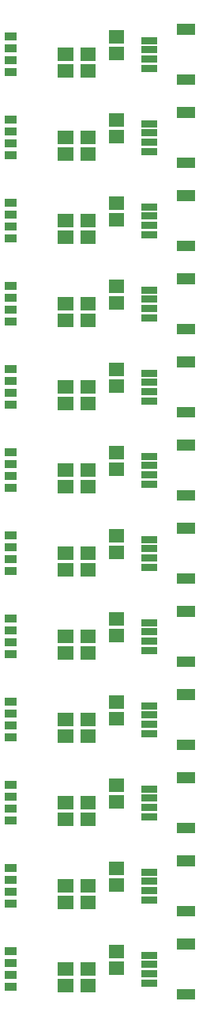
<source format=gbr>
G04 start of page 7 for group -4063 idx -4063 *
G04 Title: (unknown), componentmask *
G04 Creator: pcb 4.0.2 *
G04 CreationDate: Thu Feb 25 03:30:48 2021 UTC *
G04 For: petersen *
G04 Format: Gerber/RS-274X *
G04 PCB-Dimensions (mil): 1500.00 4200.00 *
G04 PCB-Coordinate-Origin: lower left *
%MOIN*%
%FSLAX25Y25*%
%LNTOPMASK*%
%ADD31C,0.0001*%
G54D31*G36*
X59902Y326718D02*Y323282D01*
X65054D01*
Y326718D01*
X59902D01*
G37*
G36*
X82248Y328316D02*Y322598D01*
X88752D01*
Y328316D01*
X82248D01*
G37*
G36*
X91748D02*Y322598D01*
X98252D01*
Y328316D01*
X91748D01*
G37*
G36*
X117649Y328075D02*Y325113D01*
X124351D01*
Y328075D01*
X117649D01*
G37*
G36*
X59902Y331718D02*Y328282D01*
X65054D01*
Y331718D01*
X59902D01*
G37*
G36*
X82248Y335402D02*Y329684D01*
X88752D01*
Y335402D01*
X82248D01*
G37*
G36*
X59902Y336718D02*Y333282D01*
X65054D01*
Y336718D01*
X59902D01*
G37*
G36*
Y341718D02*Y338282D01*
X65054D01*
Y341718D01*
X59902D01*
G37*
G36*
X103748Y342902D02*Y337184D01*
X110252D01*
Y342902D01*
X103748D01*
G37*
G36*
X91748Y335402D02*Y329684D01*
X98252D01*
Y335402D01*
X91748D01*
G37*
G36*
X103748Y335816D02*Y330098D01*
X110252D01*
Y335816D01*
X103748D01*
G37*
G36*
X117649Y332012D02*Y329050D01*
X124351D01*
Y332012D01*
X117649D01*
G37*
G36*
Y335950D02*Y332988D01*
X124351D01*
Y335950D01*
X117649D01*
G37*
G36*
Y339887D02*Y336925D01*
X124351D01*
Y339887D01*
X117649D01*
G37*
G36*
X132413Y324138D02*Y319700D01*
X140099D01*
Y324138D01*
X132413D01*
G37*
G36*
Y345300D02*Y340862D01*
X140099D01*
Y345300D01*
X132413D01*
G37*
G36*
X91748Y293316D02*Y287598D01*
X98252D01*
Y293316D01*
X91748D01*
G37*
G36*
Y300402D02*Y294684D01*
X98252D01*
Y300402D01*
X91748D01*
G37*
G36*
X103748Y307902D02*Y302184D01*
X110252D01*
Y307902D01*
X103748D01*
G37*
G36*
Y300816D02*Y295098D01*
X110252D01*
Y300816D01*
X103748D01*
G37*
G36*
X117649Y293075D02*Y290113D01*
X124351D01*
Y293075D01*
X117649D01*
G37*
G36*
Y297012D02*Y294050D01*
X124351D01*
Y297012D01*
X117649D01*
G37*
G36*
Y300950D02*Y297988D01*
X124351D01*
Y300950D01*
X117649D01*
G37*
G36*
Y304887D02*Y301925D01*
X124351D01*
Y304887D01*
X117649D01*
G37*
G36*
X132413Y289138D02*Y284700D01*
X140099D01*
Y289138D01*
X132413D01*
G37*
G36*
Y310300D02*Y305862D01*
X140099D01*
Y310300D01*
X132413D01*
G37*
G36*
X91748Y398316D02*Y392598D01*
X98252D01*
Y398316D01*
X91748D01*
G37*
G36*
Y405402D02*Y399684D01*
X98252D01*
Y405402D01*
X91748D01*
G37*
G36*
X103748Y412902D02*Y407184D01*
X110252D01*
Y412902D01*
X103748D01*
G37*
G36*
Y405816D02*Y400098D01*
X110252D01*
Y405816D01*
X103748D01*
G37*
G36*
X117649Y398075D02*Y395113D01*
X124351D01*
Y398075D01*
X117649D01*
G37*
G36*
Y402012D02*Y399050D01*
X124351D01*
Y402012D01*
X117649D01*
G37*
G36*
Y405950D02*Y402988D01*
X124351D01*
Y405950D01*
X117649D01*
G37*
G36*
Y409887D02*Y406925D01*
X124351D01*
Y409887D01*
X117649D01*
G37*
G36*
X132413Y394138D02*Y389700D01*
X140099D01*
Y394138D01*
X132413D01*
G37*
G36*
Y415300D02*Y410862D01*
X140099D01*
Y415300D01*
X132413D01*
G37*
G36*
X59902Y406718D02*Y403282D01*
X65054D01*
Y406718D01*
X59902D01*
G37*
G36*
Y411718D02*Y408282D01*
X65054D01*
Y411718D01*
X59902D01*
G37*
G36*
Y396718D02*Y393282D01*
X65054D01*
Y396718D01*
X59902D01*
G37*
G36*
Y401718D02*Y398282D01*
X65054D01*
Y401718D01*
X59902D01*
G37*
G36*
X82248Y405402D02*Y399684D01*
X88752D01*
Y405402D01*
X82248D01*
G37*
G36*
Y398316D02*Y392598D01*
X88752D01*
Y398316D01*
X82248D01*
G37*
G36*
Y370402D02*Y364684D01*
X88752D01*
Y370402D01*
X82248D01*
G37*
G36*
X59902Y361718D02*Y358282D01*
X65054D01*
Y361718D01*
X59902D01*
G37*
G36*
Y366718D02*Y363282D01*
X65054D01*
Y366718D01*
X59902D01*
G37*
G36*
Y371718D02*Y368282D01*
X65054D01*
Y371718D01*
X59902D01*
G37*
G36*
Y376718D02*Y373282D01*
X65054D01*
Y376718D01*
X59902D01*
G37*
G36*
X82248Y363316D02*Y357598D01*
X88752D01*
Y363316D01*
X82248D01*
G37*
G36*
X91748D02*Y357598D01*
X98252D01*
Y363316D01*
X91748D01*
G37*
G36*
Y370402D02*Y364684D01*
X98252D01*
Y370402D01*
X91748D01*
G37*
G36*
X103748Y377902D02*Y372184D01*
X110252D01*
Y377902D01*
X103748D01*
G37*
G36*
Y370816D02*Y365098D01*
X110252D01*
Y370816D01*
X103748D01*
G37*
G36*
X117649Y363075D02*Y360113D01*
X124351D01*
Y363075D01*
X117649D01*
G37*
G36*
X132413Y359138D02*Y354700D01*
X140099D01*
Y359138D01*
X132413D01*
G37*
G36*
X117649Y367012D02*Y364050D01*
X124351D01*
Y367012D01*
X117649D01*
G37*
G36*
Y370950D02*Y367988D01*
X124351D01*
Y370950D01*
X117649D01*
G37*
G36*
Y374887D02*Y371925D01*
X124351D01*
Y374887D01*
X117649D01*
G37*
G36*
X132413Y380300D02*Y375862D01*
X140099D01*
Y380300D01*
X132413D01*
G37*
G36*
X59902Y291718D02*Y288282D01*
X65054D01*
Y291718D01*
X59902D01*
G37*
G36*
Y296718D02*Y293282D01*
X65054D01*
Y296718D01*
X59902D01*
G37*
G36*
Y301718D02*Y298282D01*
X65054D01*
Y301718D01*
X59902D01*
G37*
G36*
Y306718D02*Y303282D01*
X65054D01*
Y306718D01*
X59902D01*
G37*
G36*
Y261718D02*Y258282D01*
X65054D01*
Y261718D01*
X59902D01*
G37*
G36*
Y266718D02*Y263282D01*
X65054D01*
Y266718D01*
X59902D01*
G37*
G36*
Y271718D02*Y268282D01*
X65054D01*
Y271718D01*
X59902D01*
G37*
G36*
X82248Y293316D02*Y287598D01*
X88752D01*
Y293316D01*
X82248D01*
G37*
G36*
Y265402D02*Y259684D01*
X88752D01*
Y265402D01*
X82248D01*
G37*
G36*
X59902Y256718D02*Y253282D01*
X65054D01*
Y256718D01*
X59902D01*
G37*
G36*
X82248Y258316D02*Y252598D01*
X88752D01*
Y258316D01*
X82248D01*
G37*
G36*
X91748D02*Y252598D01*
X98252D01*
Y258316D01*
X91748D01*
G37*
G36*
Y265402D02*Y259684D01*
X98252D01*
Y265402D01*
X91748D01*
G37*
G36*
X103748Y272902D02*Y267184D01*
X110252D01*
Y272902D01*
X103748D01*
G37*
G36*
Y265816D02*Y260098D01*
X110252D01*
Y265816D01*
X103748D01*
G37*
G36*
X117649Y258075D02*Y255113D01*
X124351D01*
Y258075D01*
X117649D01*
G37*
G36*
X132413Y254138D02*Y249700D01*
X140099D01*
Y254138D01*
X132413D01*
G37*
G36*
X117649Y262012D02*Y259050D01*
X124351D01*
Y262012D01*
X117649D01*
G37*
G36*
Y265950D02*Y262988D01*
X124351D01*
Y265950D01*
X117649D01*
G37*
G36*
Y269887D02*Y266925D01*
X124351D01*
Y269887D01*
X117649D01*
G37*
G36*
X132413Y275300D02*Y270862D01*
X140099D01*
Y275300D01*
X132413D01*
G37*
G36*
X82248Y300402D02*Y294684D01*
X88752D01*
Y300402D01*
X82248D01*
G37*
G36*
Y153316D02*Y147598D01*
X88752D01*
Y153316D01*
X82248D01*
G37*
G36*
Y160402D02*Y154684D01*
X88752D01*
Y160402D01*
X82248D01*
G37*
G36*
X59902Y186718D02*Y183282D01*
X65054D01*
Y186718D01*
X59902D01*
G37*
G36*
X82248Y188316D02*Y182598D01*
X88752D01*
Y188316D01*
X82248D01*
G37*
G36*
Y195402D02*Y189684D01*
X88752D01*
Y195402D01*
X82248D01*
G37*
G36*
X59902Y191718D02*Y188282D01*
X65054D01*
Y191718D01*
X59902D01*
G37*
G36*
Y196718D02*Y193282D01*
X65054D01*
Y196718D01*
X59902D01*
G37*
G36*
Y201718D02*Y198282D01*
X65054D01*
Y201718D01*
X59902D01*
G37*
G36*
X91748Y188316D02*Y182598D01*
X98252D01*
Y188316D01*
X91748D01*
G37*
G36*
Y195402D02*Y189684D01*
X98252D01*
Y195402D01*
X91748D01*
G37*
G36*
Y153316D02*Y147598D01*
X98252D01*
Y153316D01*
X91748D01*
G37*
G36*
Y160402D02*Y154684D01*
X98252D01*
Y160402D01*
X91748D01*
G37*
G36*
X59902Y221718D02*Y218282D01*
X65054D01*
Y221718D01*
X59902D01*
G37*
G36*
Y226718D02*Y223282D01*
X65054D01*
Y226718D01*
X59902D01*
G37*
G36*
Y231718D02*Y228282D01*
X65054D01*
Y231718D01*
X59902D01*
G37*
G36*
Y236718D02*Y233282D01*
X65054D01*
Y236718D01*
X59902D01*
G37*
G36*
X82248Y223316D02*Y217598D01*
X88752D01*
Y223316D01*
X82248D01*
G37*
G36*
Y230402D02*Y224684D01*
X88752D01*
Y230402D01*
X82248D01*
G37*
G36*
X91748Y223316D02*Y217598D01*
X98252D01*
Y223316D01*
X91748D01*
G37*
G36*
Y230402D02*Y224684D01*
X98252D01*
Y230402D01*
X91748D01*
G37*
G36*
X117649Y227012D02*Y224050D01*
X124351D01*
Y227012D01*
X117649D01*
G37*
G36*
X103748Y237902D02*Y232184D01*
X110252D01*
Y237902D01*
X103748D01*
G37*
G36*
Y230816D02*Y225098D01*
X110252D01*
Y230816D01*
X103748D01*
G37*
G36*
Y202902D02*Y197184D01*
X110252D01*
Y202902D01*
X103748D01*
G37*
G36*
X117649Y223075D02*Y220113D01*
X124351D01*
Y223075D01*
X117649D01*
G37*
G36*
X132413Y219138D02*Y214700D01*
X140099D01*
Y219138D01*
X132413D01*
G37*
G36*
X117649Y230950D02*Y227988D01*
X124351D01*
Y230950D01*
X117649D01*
G37*
G36*
Y234887D02*Y231925D01*
X124351D01*
Y234887D01*
X117649D01*
G37*
G36*
X132413Y240300D02*Y235862D01*
X140099D01*
Y240300D01*
X132413D01*
G37*
G36*
X117649Y195950D02*Y192988D01*
X124351D01*
Y195950D01*
X117649D01*
G37*
G36*
Y199887D02*Y196925D01*
X124351D01*
Y199887D01*
X117649D01*
G37*
G36*
X132413Y184138D02*Y179700D01*
X140099D01*
Y184138D01*
X132413D01*
G37*
G36*
Y205300D02*Y200862D01*
X140099D01*
Y205300D01*
X132413D01*
G37*
G36*
X103748Y195816D02*Y190098D01*
X110252D01*
Y195816D01*
X103748D01*
G37*
G36*
X117649Y188075D02*Y185113D01*
X124351D01*
Y188075D01*
X117649D01*
G37*
G36*
Y192012D02*Y189050D01*
X124351D01*
Y192012D01*
X117649D01*
G37*
G36*
X103748Y167902D02*Y162184D01*
X110252D01*
Y167902D01*
X103748D01*
G37*
G36*
Y160816D02*Y155098D01*
X110252D01*
Y160816D01*
X103748D01*
G37*
G36*
X117649Y153075D02*Y150113D01*
X124351D01*
Y153075D01*
X117649D01*
G37*
G36*
Y157012D02*Y154050D01*
X124351D01*
Y157012D01*
X117649D01*
G37*
G36*
Y160950D02*Y157988D01*
X124351D01*
Y160950D01*
X117649D01*
G37*
G36*
Y164887D02*Y161925D01*
X124351D01*
Y164887D01*
X117649D01*
G37*
G36*
X132413Y149138D02*Y144700D01*
X140099D01*
Y149138D01*
X132413D01*
G37*
G36*
Y170300D02*Y165862D01*
X140099D01*
Y170300D01*
X132413D01*
G37*
G36*
X59902Y151718D02*Y148282D01*
X65054D01*
Y151718D01*
X59902D01*
G37*
G36*
Y156718D02*Y153282D01*
X65054D01*
Y156718D01*
X59902D01*
G37*
G36*
Y161718D02*Y158282D01*
X65054D01*
Y161718D01*
X59902D01*
G37*
G36*
Y166718D02*Y163282D01*
X65054D01*
Y166718D01*
X59902D01*
G37*
G36*
Y116718D02*Y113282D01*
X65054D01*
Y116718D01*
X59902D01*
G37*
G36*
Y121718D02*Y118282D01*
X65054D01*
Y121718D01*
X59902D01*
G37*
G36*
Y126718D02*Y123282D01*
X65054D01*
Y126718D01*
X59902D01*
G37*
G36*
Y131718D02*Y128282D01*
X65054D01*
Y131718D01*
X59902D01*
G37*
G36*
X82248Y118316D02*Y112598D01*
X88752D01*
Y118316D01*
X82248D01*
G37*
G36*
Y125402D02*Y119684D01*
X88752D01*
Y125402D01*
X82248D01*
G37*
G36*
X91748Y118316D02*Y112598D01*
X98252D01*
Y118316D01*
X91748D01*
G37*
G36*
Y125402D02*Y119684D01*
X98252D01*
Y125402D01*
X91748D01*
G37*
G36*
X103748Y132902D02*Y127184D01*
X110252D01*
Y132902D01*
X103748D01*
G37*
G36*
Y125816D02*Y120098D01*
X110252D01*
Y125816D01*
X103748D01*
G37*
G36*
X117649Y118075D02*Y115113D01*
X124351D01*
Y118075D01*
X117649D01*
G37*
G36*
Y122012D02*Y119050D01*
X124351D01*
Y122012D01*
X117649D01*
G37*
G36*
Y125950D02*Y122988D01*
X124351D01*
Y125950D01*
X117649D01*
G37*
G36*
Y129887D02*Y126925D01*
X124351D01*
Y129887D01*
X117649D01*
G37*
G36*
X132413Y114138D02*Y109700D01*
X140099D01*
Y114138D01*
X132413D01*
G37*
G36*
Y135300D02*Y130862D01*
X140099D01*
Y135300D01*
X132413D01*
G37*
G36*
X117649Y83075D02*Y80113D01*
X124351D01*
Y83075D01*
X117649D01*
G37*
G36*
X132413Y79138D02*Y74700D01*
X140099D01*
Y79138D01*
X132413D01*
G37*
G36*
X117649Y87012D02*Y84050D01*
X124351D01*
Y87012D01*
X117649D01*
G37*
G36*
Y90950D02*Y87988D01*
X124351D01*
Y90950D01*
X117649D01*
G37*
G36*
Y94887D02*Y91925D01*
X124351D01*
Y94887D01*
X117649D01*
G37*
G36*
X132413Y100300D02*Y95862D01*
X140099D01*
Y100300D01*
X132413D01*
G37*
G36*
X117649Y55950D02*Y52988D01*
X124351D01*
Y55950D01*
X117649D01*
G37*
G36*
Y59887D02*Y56925D01*
X124351D01*
Y59887D01*
X117649D01*
G37*
G36*
X132413Y65300D02*Y60862D01*
X140099D01*
Y65300D01*
X132413D01*
G37*
G36*
X59902Y81718D02*Y78282D01*
X65054D01*
Y81718D01*
X59902D01*
G37*
G36*
Y86718D02*Y83282D01*
X65054D01*
Y86718D01*
X59902D01*
G37*
G36*
Y91718D02*Y88282D01*
X65054D01*
Y91718D01*
X59902D01*
G37*
G36*
Y96718D02*Y93282D01*
X65054D01*
Y96718D01*
X59902D01*
G37*
G36*
X82248Y83316D02*Y77598D01*
X88752D01*
Y83316D01*
X82248D01*
G37*
G36*
Y90402D02*Y84684D01*
X88752D01*
Y90402D01*
X82248D01*
G37*
G36*
X91748Y83316D02*Y77598D01*
X98252D01*
Y83316D01*
X91748D01*
G37*
G36*
Y90402D02*Y84684D01*
X98252D01*
Y90402D01*
X91748D01*
G37*
G36*
X103748Y97902D02*Y92184D01*
X110252D01*
Y97902D01*
X103748D01*
G37*
G36*
Y90816D02*Y85098D01*
X110252D01*
Y90816D01*
X103748D01*
G37*
G36*
X82248Y48316D02*Y42598D01*
X88752D01*
Y48316D01*
X82248D01*
G37*
G36*
Y55402D02*Y49684D01*
X88752D01*
Y55402D01*
X82248D01*
G37*
G36*
X91748Y48316D02*Y42598D01*
X98252D01*
Y48316D01*
X91748D01*
G37*
G36*
Y55402D02*Y49684D01*
X98252D01*
Y55402D01*
X91748D01*
G37*
G36*
X103748Y62902D02*Y57184D01*
X110252D01*
Y62902D01*
X103748D01*
G37*
G36*
Y55816D02*Y50098D01*
X110252D01*
Y55816D01*
X103748D01*
G37*
G36*
X59902Y46718D02*Y43282D01*
X65054D01*
Y46718D01*
X59902D01*
G37*
G36*
Y51717D02*Y48282D01*
X65054D01*
Y51717D01*
X59902D01*
G37*
G36*
Y56717D02*Y53283D01*
X65054D01*
Y56717D01*
X59902D01*
G37*
G36*
Y61717D02*Y58283D01*
X65054D01*
Y61717D01*
X59902D01*
G37*
G36*
Y11718D02*Y8282D01*
X65054D01*
Y11718D01*
X59902D01*
G37*
G36*
Y16718D02*Y13282D01*
X65054D01*
Y16718D01*
X59902D01*
G37*
G36*
Y21718D02*Y18282D01*
X65054D01*
Y21718D01*
X59902D01*
G37*
G36*
Y26718D02*Y23282D01*
X65054D01*
Y26718D01*
X59902D01*
G37*
G36*
X82248Y13316D02*Y7598D01*
X88752D01*
Y13316D01*
X82248D01*
G37*
G36*
X91748D02*Y7598D01*
X98252D01*
Y13316D01*
X91748D01*
G37*
G36*
X82248Y20402D02*Y14684D01*
X88752D01*
Y20402D01*
X82248D01*
G37*
G36*
X91748D02*Y14684D01*
X98252D01*
Y20402D01*
X91748D01*
G37*
G36*
X103748Y27902D02*Y22184D01*
X110252D01*
Y27902D01*
X103748D01*
G37*
G36*
Y20816D02*Y15098D01*
X110252D01*
Y20816D01*
X103748D01*
G37*
G36*
X117649Y48075D02*Y45113D01*
X124351D01*
Y48075D01*
X117649D01*
G37*
G36*
X132413Y44138D02*Y39700D01*
X140099D01*
Y44138D01*
X132413D01*
G37*
G36*
X117649Y52012D02*Y49050D01*
X124351D01*
Y52012D01*
X117649D01*
G37*
G36*
Y13075D02*Y10113D01*
X124351D01*
Y13075D01*
X117649D01*
G37*
G36*
Y17012D02*Y14050D01*
X124351D01*
Y17012D01*
X117649D01*
G37*
G36*
Y20950D02*Y17988D01*
X124351D01*
Y20950D01*
X117649D01*
G37*
G36*
Y24887D02*Y21925D01*
X124351D01*
Y24887D01*
X117649D01*
G37*
G36*
X132413Y9138D02*Y4700D01*
X140099D01*
Y9138D01*
X132413D01*
G37*
G36*
Y30300D02*Y25862D01*
X140099D01*
Y30300D01*
X132413D01*
G37*
M02*

</source>
